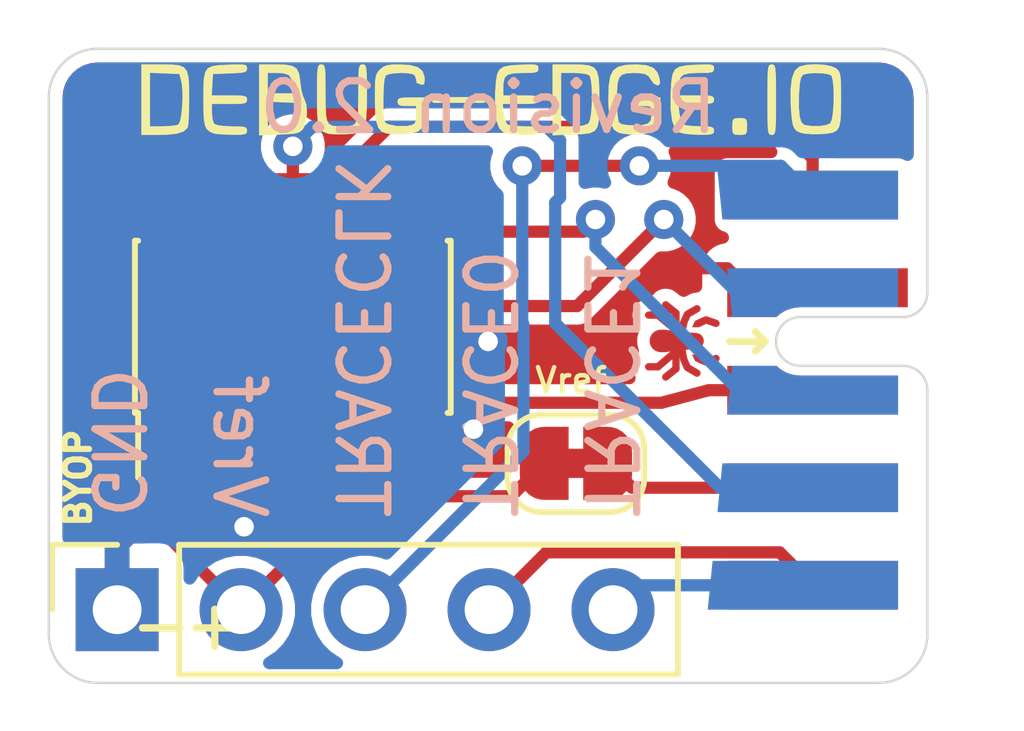
<source format=kicad_pcb>
(kicad_pcb (version 20171130) (host pcbnew 5.1.7)

  (general
    (thickness 1.6)
    (drawings 18)
    (tracks 73)
    (zones 0)
    (modules 5)
    (nets 13)
  )

  (page A4)
  (title_block
    (title "DebugEdge Adapter")
    (date 2020-08-27)
    (rev 1)
    (company debug-edge.io)
    (comment 1 "Brainchild of @tannewt, @_nitz, and @GregDavill")
  )

  (layers
    (0 F.Cu signal)
    (31 B.Cu signal)
    (32 B.Adhes user)
    (33 F.Adhes user)
    (34 B.Paste user)
    (35 F.Paste user)
    (36 B.SilkS user)
    (37 F.SilkS user)
    (38 B.Mask user)
    (39 F.Mask user)
    (40 Dwgs.User user)
    (41 Cmts.User user)
    (42 Eco1.User user)
    (43 Eco2.User user)
    (44 Edge.Cuts user)
    (45 Margin user)
    (46 B.CrtYd user)
    (47 F.CrtYd user)
    (48 B.Fab user)
    (49 F.Fab user hide)
  )

  (setup
    (last_trace_width 0.25)
    (trace_clearance 0.2)
    (zone_clearance 0.254)
    (zone_45_only no)
    (trace_min 0.2)
    (via_size 0.8)
    (via_drill 0.4)
    (via_min_size 0.4)
    (via_min_drill 0.3)
    (uvia_size 0.3)
    (uvia_drill 0.1)
    (uvias_allowed no)
    (uvia_min_size 0.2)
    (uvia_min_drill 0.1)
    (edge_width 0.05)
    (segment_width 0.2)
    (pcb_text_width 0.3)
    (pcb_text_size 1.5 1.5)
    (mod_edge_width 0.12)
    (mod_text_size 1 1)
    (mod_text_width 0.15)
    (pad_size 1.524 1.524)
    (pad_drill 0.762)
    (pad_to_mask_clearance 0.05)
    (aux_axis_origin 0 0)
    (visible_elements 7FFFFFFF)
    (pcbplotparams
      (layerselection 0x010fc_ffffffff)
      (usegerberextensions false)
      (usegerberattributes true)
      (usegerberadvancedattributes true)
      (creategerberjobfile true)
      (excludeedgelayer true)
      (linewidth 0.100000)
      (plotframeref false)
      (viasonmask false)
      (mode 1)
      (useauxorigin false)
      (hpglpennumber 1)
      (hpglpenspeed 20)
      (hpglpendiameter 15.000000)
      (psnegative false)
      (psa4output false)
      (plotreference true)
      (plotvalue true)
      (plotinvisibletext false)
      (padsonsilk false)
      (subtractmaskfromsilk false)
      (outputformat 1)
      (mirror false)
      (drillshape 1)
      (scaleselection 1)
      (outputdirectory ""))
  )

  (net 0 "")
  (net 1 /~RESET~)
  (net 2 GND)
  (net 3 /SWCLK)
  (net 4 /SWDIO)
  (net 5 VCC)
  (net 6 "Net-(J2-Pad5)")
  (net 7 /TRACE1)
  (net 8 /TRACE0)
  (net 9 /TRACE_CLK)
  (net 10 /TDI)
  (net 11 /SWO_TDO)
  (net 12 "Net-(J1-Pad7)")

  (net_class Default "This is the default net class."
    (clearance 0.2)
    (trace_width 0.25)
    (via_dia 0.8)
    (via_drill 0.4)
    (uvia_dia 0.3)
    (uvia_drill 0.1)
    (add_net /SWCLK)
    (add_net /SWDIO)
    (add_net /SWO_TDO)
    (add_net /TDI)
    (add_net /TRACE0)
    (add_net /TRACE1)
    (add_net /TRACE_CLK)
    (add_net /~RESET~)
    (add_net GND)
    (add_net "Net-(J1-Pad7)")
    (add_net "Net-(J2-Pad5)")
    (add_net VCC)
  )

  (module Connector_DebugEdge:DebugEdge_2x05_Host (layer F.Cu) (tedit 5F5EA31C) (tstamp 5F70300B)
    (at 170 95 270)
    (path /5F46B9DC)
    (attr virtual)
    (fp_text reference J2 (at 0.05 -3.2 180 unlocked) (layer F.Fab)
      (effects (font (size 0.5 0.5) (thickness 0.125)))
    )
    (fp_text value DebugEdge_02x05 (at -1.2 -2 90) (layer F.Fab)
      (effects (font (size 1 1) (thickness 0.15)))
    )
    (fp_line (start -1.01 5.51) (end -1.01 4.74) (layer F.Cu) (width 0.32))
    (fp_line (start -0.65 4.33) (end -0.58 4.53) (layer F.Cu) (width 0.15))
    (fp_line (start -0.58 4.54) (end -0.64 4.67) (layer F.Cu) (width 0.15))
    (fp_poly (pts (xy -0.67 4.56) (xy -0.73 4.68) (xy -0.73 4.82) (xy -0.6 4.76)
      (xy -0.53 4.61) (xy -0.62 4.64)) (layer F.Cu) (width 0.001))
    (fp_line (start -0.35 4.72) (end -0.46 4.91) (layer F.Cu) (width 0.15))
    (fp_line (start -0.63 4.99) (end -0.47 4.92) (layer F.Cu) (width 0.15))
    (fp_line (start -0.63 4.99) (end -0.89 5.04) (layer F.Cu) (width 0.15))
    (fp_line (start -0.27 5.36) (end -0.44 5.15) (layer F.Cu) (width 0.15))
    (fp_line (start -0.81 5.15) (end -0.44 5.15) (layer F.Cu) (width 0.15))
    (fp_line (start -0.48 5.71) (end -0.48 5.52) (layer F.Cu) (width 0.15))
    (fp_line (start -0.76 5.19) (end -0.48 5.52) (layer F.Cu) (width 0.15))
    (fp_line (start -0.93 5.4) (end -1 4.74) (layer F.Cu) (width 0.3))
    (fp_line (start -1 4.05) (end -1 3.323) (layer F.SilkS) (width 0.153))
    (fp_line (start -0.8 3.523) (end -1 3.323) (layer F.SilkS) (width 0.153))
    (fp_line (start -1 3.323) (end -1.2 3.523) (layer F.SilkS) (width 0.153))
    (fp_line (start -1.5 0.5) (end -1.5 2.6) (layer Edge.Cuts) (width 0.05))
    (fp_line (start -0.5 2.6) (end -0.5 0.5) (layer Edge.Cuts) (width 0.05))
    (fp_line (start -5 0) (end -2 0) (layer Edge.Cuts) (width 0.05))
    (fp_line (start 0 0) (end 5 0) (layer Edge.Cuts) (width 0.05))
    (fp_line (start -5 5) (end 5 5) (layer F.CrtYd) (width 0.05))
    (fp_line (start 5 5) (end 5 -0.5) (layer F.CrtYd) (width 0.05))
    (fp_line (start 5 -0.5) (end -5 -0.5) (layer F.CrtYd) (width 0.05))
    (fp_line (start -5 -0.5) (end -5 5) (layer F.CrtYd) (width 0.05))
    (fp_line (start 5 5) (end -5 5) (layer B.CrtYd) (width 0.05))
    (fp_line (start -5 5) (end -5 -0.5) (layer B.CrtYd) (width 0.05))
    (fp_line (start -5 -0.5) (end 5 -0.5) (layer B.CrtYd) (width 0.05))
    (fp_line (start 5 -0.5) (end 5 5) (layer B.CrtYd) (width 0.05))
    (fp_line (start -1.37 4.33) (end -1.44 4.53) (layer F.Cu) (width 0.15))
    (fp_line (start -1.44 4.54) (end -1.38 4.67) (layer F.Cu) (width 0.15))
    (fp_poly (pts (xy -1.35 4.56) (xy -1.29 4.68) (xy -1.29 4.82) (xy -1.42 4.76)
      (xy -1.49 4.61) (xy -1.4 4.64)) (layer F.Cu) (width 0.001))
    (fp_line (start -1.67 4.72) (end -1.56 4.91) (layer F.Cu) (width 0.15))
    (fp_line (start -1.39 4.99) (end -1.55 4.92) (layer F.Cu) (width 0.15))
    (fp_line (start -1.39 4.99) (end -1.13 5.04) (layer F.Cu) (width 0.15))
    (fp_line (start -1.75 5.36) (end -1.58 5.15) (layer F.Cu) (width 0.15))
    (fp_line (start -1.21 5.15) (end -1.58 5.15) (layer F.Cu) (width 0.15))
    (fp_line (start -1.54 5.71) (end -1.54 5.52) (layer F.Cu) (width 0.15))
    (fp_line (start -1.26 5.19) (end -1.54 5.52) (layer F.Cu) (width 0.15))
    (fp_line (start -1.09 5.4) (end -1.02 4.74) (layer F.Cu) (width 0.3))
    (fp_line (start -1.01 5.46) (end -1.01 5.39) (layer F.Cu) (width 0.46))
    (fp_line (start -0.35 4.72) (end -0.46 4.91) (layer F.Mask) (width 0.15))
    (fp_line (start -0.63 4.99) (end -0.47 4.92) (layer F.Mask) (width 0.15))
    (fp_line (start -0.63 4.99) (end -0.89 5.04) (layer F.Mask) (width 0.15))
    (fp_line (start -0.27 5.36) (end -0.44 5.15) (layer F.Mask) (width 0.15))
    (fp_line (start -0.81 5.15) (end -0.44 5.15) (layer F.Mask) (width 0.15))
    (fp_line (start -0.48 5.71) (end -0.48 5.52) (layer F.Mask) (width 0.15))
    (fp_line (start -0.76 5.19) (end -0.48 5.52) (layer F.Mask) (width 0.15))
    (fp_line (start -0.93 5.4) (end -1 4.74) (layer F.Mask) (width 0.3))
    (fp_line (start -1.37 4.33) (end -1.44 4.53) (layer F.Mask) (width 0.15))
    (fp_line (start -1.44 4.54) (end -1.38 4.67) (layer F.Mask) (width 0.15))
    (fp_poly (pts (xy -1.35 4.56) (xy -1.29 4.68) (xy -1.29 4.82) (xy -1.42 4.76)
      (xy -1.49 4.61) (xy -1.4 4.64)) (layer F.Mask) (width 0.001))
    (fp_line (start -1.67 4.72) (end -1.56 4.91) (layer F.Mask) (width 0.15))
    (fp_line (start -1.39 4.99) (end -1.55 4.92) (layer F.Mask) (width 0.15))
    (fp_line (start -1.39 4.99) (end -1.13 5.04) (layer F.Mask) (width 0.15))
    (fp_line (start -1.75 5.36) (end -1.58 5.15) (layer F.Mask) (width 0.15))
    (fp_line (start -1.21 5.15) (end -1.58 5.15) (layer F.Mask) (width 0.15))
    (fp_line (start -1.54 5.71) (end -1.54 5.52) (layer F.Mask) (width 0.15))
    (fp_line (start -1.26 5.19) (end -1.54 5.52) (layer F.Mask) (width 0.15))
    (fp_line (start -1.09 5.4) (end -1.02 4.74) (layer F.Mask) (width 0.3))
    (fp_line (start -1.01 5.51) (end -1.01 4.74) (layer F.Mask) (width 0.32))
    (fp_line (start -1.01 5.46) (end -1.01 5.39) (layer F.Mask) (width 0.46))
    (fp_line (start -0.65 4.33) (end -0.58 4.53) (layer F.Mask) (width 0.15))
    (fp_line (start -0.58 4.54) (end -0.64 4.67) (layer F.Mask) (width 0.15))
    (fp_poly (pts (xy -0.67 4.56) (xy -0.73 4.68) (xy -0.73 4.82) (xy -0.6 4.76)
      (xy -0.53 4.61) (xy -0.62 4.64)) (layer F.Mask) (width 0.001))
    (fp_arc (start 0 0.5) (end 0 0) (angle -90) (layer Edge.Cuts) (width 0.05))
    (fp_arc (start -2 0.5) (end -1.5 0.5) (angle -90) (layer Edge.Cuts) (width 0.05))
    (fp_arc (start -1 2.6) (end -1.5 2.6) (angle -180) (layer Edge.Cuts) (width 0.05))
    (pad 1 smd custom (at -2 3.6 270) (size 1 1) (layers F.Cu F.Mask)
      (net 2 GND) (zone_connect 0)
      (options (clearance outline) (anchor rect))
      (primitives
        (gr_poly (pts
           (xy 0.3 -0.99) (xy 0.31 -0.88) (xy 0.33 -0.8) (xy 0.35 -0.74) (xy 0.37 -0.69)
           (xy 0.4 -0.64) (xy 0.44 -0.58) (xy 0.48 -0.53) (xy 0.5 -0.51) (xy 0.5 0.5)
           (xy -0.5 0.5) (xy -0.5 -3.2) (xy 0.3 -3.2)) (width 0))
      ))
    (pad 2 smd custom (at 0 3.6 270) (size 1 1) (layers F.Cu F.Mask)
      (net 4 /SWDIO) (zone_connect 0)
      (options (clearance outline) (anchor rect))
      (primitives
        (gr_poly (pts
           (xy -0.3 -0.99) (xy -0.31 -0.88) (xy -0.33 -0.8) (xy -0.35 -0.74) (xy -0.37 -0.69)
           (xy -0.4 -0.64) (xy -0.44 -0.58) (xy -0.48 -0.53) (xy -0.5 -0.51) (xy -0.5 0.5)
           (xy 0.5 0.5) (xy 0.5 -3) (xy -0.3 -3)) (width 0))
      ))
    (pad 4 smd custom (at 0 2.1 90) (size 0.4 0.4) (layers B.Cu B.Mask)
      (net 1 /~RESET~) (zone_connect 0)
      (options (clearance outline) (anchor rect))
      (primitives
        (gr_poly (pts
           (xy 0.3 -0.51) (xy 0.31 -0.62) (xy 0.33 -0.7) (xy 0.35 -0.76) (xy 0.37 -0.81)
           (xy 0.4 -0.86) (xy 0.44 -0.92) (xy 0.48 -0.97) (xy 0.5 -0.99) (xy 0.5 -1.9)
           (xy -0.5 -2) (xy -0.5 1.5) (xy 0.3 1.5)) (width 0))
      ))
    (pad 3 smd custom (at -2 2.1 90) (size 0.4 0.4) (layers B.Cu B.Mask)
      (net 3 /SWCLK) (zone_connect 0)
      (options (clearance outline) (anchor rect))
      (primitives
        (gr_poly (pts
           (xy -0.3 -0.51) (xy -0.31 -0.62) (xy -0.33 -0.7) (xy -0.35 -0.76) (xy -0.37 -0.81)
           (xy -0.4 -0.86) (xy -0.44 -0.92) (xy -0.48 -0.97) (xy -0.5 -0.99) (xy -0.5 -1.9)
           (xy 0.5 -2) (xy 0.5 1.5) (xy -0.3 1.5)) (width 0))
      ))
    (pad 5 smd rect (at 2 2.35 270) (size 1 3.5) (layers F.Cu F.Mask)
      (net 6 "Net-(J2-Pad5)") (zone_connect 0))
    (pad 10 smd custom (at 4 2.5 90) (size 1 3.8) (layers B.Cu B.Mask)
      (net 7 /TRACE1) (zone_connect 0)
      (options (clearance outline) (anchor rect))
      (primitives
        (gr_poly (pts
           (xy 0.5 -1.9) (xy -0.5 -2) (xy -0.5 -1.9)) (width 0))
      ))
    (pad 6 smd custom (at 2 2.4 90) (size 1 3.6) (layers B.Cu B.Mask)
      (net 11 /SWO_TDO) (zone_connect 0)
      (options (clearance outline) (anchor rect))
      (primitives
        (gr_poly (pts
           (xy 0.5 -1.8) (xy -0.5 -1.9) (xy -0.5 -1.8)) (width 0))
      ))
    (pad 8 smd custom (at -4 2.4 90) (size 1 3.6) (layers B.Cu B.Mask)
      (net 9 /TRACE_CLK) (zone_connect 0)
      (options (clearance outline) (anchor rect))
      (primitives
        (gr_poly (pts
           (xy 0.5 -1.8) (xy 0.5 -1.9) (xy -0.5 -1.8)) (width 0))
      ))
    (pad 9 smd rect (at 4 2.35 270) (size 1 3.5) (layers F.Cu F.Mask)
      (net 8 /TRACE0) (zone_connect 0))
    (pad 7 smd rect (at -4 2.35 270) (size 1 3.5) (layers F.Cu F.Mask)
      (net 10 /TDI) (zone_connect 0))
  )

  (module Connector_PinSocket_2.54mm:PinSocket_1x05_P2.54mm_Vertical (layer F.Cu) (tedit 5A19A420) (tstamp 5FA431C4)
    (at 153.4 99.5 90)
    (descr "Through hole straight socket strip, 1x05, 2.54mm pitch, single row (from Kicad 4.0.7), script generated")
    (tags "Through hole socket strip THT 1x05 2.54mm single row")
    (path /5FA5524C)
    (fp_text reference J3 (at 0 -2.77 90) (layer F.SilkS) hide
      (effects (font (size 1 1) (thickness 0.15)))
    )
    (fp_text value Conn_01x05_Female (at 0 12.93 90) (layer F.Fab)
      (effects (font (size 1 1) (thickness 0.15)))
    )
    (fp_text user %R (at 0 5.08) (layer F.Fab)
      (effects (font (size 1 1) (thickness 0.15)))
    )
    (fp_line (start -1.27 -1.27) (end 0.635 -1.27) (layer F.Fab) (width 0.1))
    (fp_line (start 0.635 -1.27) (end 1.27 -0.635) (layer F.Fab) (width 0.1))
    (fp_line (start 1.27 -0.635) (end 1.27 11.43) (layer F.Fab) (width 0.1))
    (fp_line (start 1.27 11.43) (end -1.27 11.43) (layer F.Fab) (width 0.1))
    (fp_line (start -1.27 11.43) (end -1.27 -1.27) (layer F.Fab) (width 0.1))
    (fp_line (start -1.33 1.27) (end 1.33 1.27) (layer F.SilkS) (width 0.12))
    (fp_line (start -1.33 1.27) (end -1.33 11.49) (layer F.SilkS) (width 0.12))
    (fp_line (start -1.33 11.49) (end 1.33 11.49) (layer F.SilkS) (width 0.12))
    (fp_line (start 1.33 1.27) (end 1.33 11.49) (layer F.SilkS) (width 0.12))
    (fp_line (start 1.33 -1.33) (end 1.33 0) (layer F.SilkS) (width 0.12))
    (fp_line (start 0 -1.33) (end 1.33 -1.33) (layer F.SilkS) (width 0.12))
    (fp_line (start -1.8 -1.8) (end 1.75 -1.8) (layer F.CrtYd) (width 0.05))
    (fp_line (start 1.75 -1.8) (end 1.75 11.9) (layer F.CrtYd) (width 0.05))
    (fp_line (start 1.75 11.9) (end -1.8 11.9) (layer F.CrtYd) (width 0.05))
    (fp_line (start -1.8 11.9) (end -1.8 -1.8) (layer F.CrtYd) (width 0.05))
    (pad 5 thru_hole oval (at 0 10.16 90) (size 1.7 1.7) (drill 1) (layers *.Cu *.Mask)
      (net 7 /TRACE1))
    (pad 4 thru_hole oval (at 0 7.62 90) (size 1.7 1.7) (drill 1) (layers *.Cu *.Mask)
      (net 8 /TRACE0))
    (pad 3 thru_hole oval (at 0 5.08 90) (size 1.7 1.7) (drill 1) (layers *.Cu *.Mask)
      (net 9 /TRACE_CLK))
    (pad 2 thru_hole oval (at 0 2.54 90) (size 1.7 1.7) (drill 1) (layers *.Cu *.Mask)
      (net 5 VCC))
    (pad 1 thru_hole rect (at 0 0 90) (size 1.7 1.7) (drill 1) (layers *.Cu *.Mask)
      (net 2 GND))
    (model ${KISYS3DMOD}/Connector_PinSocket_2.54mm.3dshapes/PinSocket_1x05_P2.54mm_Vertical.wrl
      (at (xyz 0 0 0))
      (scale (xyz 1 1 1))
      (rotate (xyz 0 0 0))
    )
  )

  (module Connector_PinHeader_1.27mm:PinHeader_2x05_P1.27mm_Vertical_SMD (layer F.Cu) (tedit 59FED6E3) (tstamp 5FA4310D)
    (at 157 93.7 90)
    (descr "surface-mounted straight pin header, 2x05, 1.27mm pitch, double rows")
    (tags "Surface mounted pin header SMD 2x05 1.27mm double row")
    (path /5FA470BD)
    (attr smd)
    (fp_text reference J1 (at 0 -4.235 90) (layer F.SilkS) hide
      (effects (font (size 1 1) (thickness 0.15)))
    )
    (fp_text value Conn_02x05_Odd_Even (at 0 4.235 90) (layer F.Fab)
      (effects (font (size 1 1) (thickness 0.15)))
    )
    (fp_text user %R (at 0 0) (layer F.Fab)
      (effects (font (size 1 1) (thickness 0.15)))
    )
    (fp_line (start 1.705 3.175) (end -1.705 3.175) (layer F.Fab) (width 0.1))
    (fp_line (start -1.27 -3.175) (end 1.705 -3.175) (layer F.Fab) (width 0.1))
    (fp_line (start -1.705 3.175) (end -1.705 -2.74) (layer F.Fab) (width 0.1))
    (fp_line (start -1.705 -2.74) (end -1.27 -3.175) (layer F.Fab) (width 0.1))
    (fp_line (start 1.705 -3.175) (end 1.705 3.175) (layer F.Fab) (width 0.1))
    (fp_line (start -1.705 -2.74) (end -2.75 -2.74) (layer F.Fab) (width 0.1))
    (fp_line (start -2.75 -2.74) (end -2.75 -2.34) (layer F.Fab) (width 0.1))
    (fp_line (start -2.75 -2.34) (end -1.705 -2.34) (layer F.Fab) (width 0.1))
    (fp_line (start 1.705 -2.74) (end 2.75 -2.74) (layer F.Fab) (width 0.1))
    (fp_line (start 2.75 -2.74) (end 2.75 -2.34) (layer F.Fab) (width 0.1))
    (fp_line (start 2.75 -2.34) (end 1.705 -2.34) (layer F.Fab) (width 0.1))
    (fp_line (start -1.705 -1.47) (end -2.75 -1.47) (layer F.Fab) (width 0.1))
    (fp_line (start -2.75 -1.47) (end -2.75 -1.07) (layer F.Fab) (width 0.1))
    (fp_line (start -2.75 -1.07) (end -1.705 -1.07) (layer F.Fab) (width 0.1))
    (fp_line (start 1.705 -1.47) (end 2.75 -1.47) (layer F.Fab) (width 0.1))
    (fp_line (start 2.75 -1.47) (end 2.75 -1.07) (layer F.Fab) (width 0.1))
    (fp_line (start 2.75 -1.07) (end 1.705 -1.07) (layer F.Fab) (width 0.1))
    (fp_line (start -1.705 -0.2) (end -2.75 -0.2) (layer F.Fab) (width 0.1))
    (fp_line (start -2.75 -0.2) (end -2.75 0.2) (layer F.Fab) (width 0.1))
    (fp_line (start -2.75 0.2) (end -1.705 0.2) (layer F.Fab) (width 0.1))
    (fp_line (start 1.705 -0.2) (end 2.75 -0.2) (layer F.Fab) (width 0.1))
    (fp_line (start 2.75 -0.2) (end 2.75 0.2) (layer F.Fab) (width 0.1))
    (fp_line (start 2.75 0.2) (end 1.705 0.2) (layer F.Fab) (width 0.1))
    (fp_line (start -1.705 1.07) (end -2.75 1.07) (layer F.Fab) (width 0.1))
    (fp_line (start -2.75 1.07) (end -2.75 1.47) (layer F.Fab) (width 0.1))
    (fp_line (start -2.75 1.47) (end -1.705 1.47) (layer F.Fab) (width 0.1))
    (fp_line (start 1.705 1.07) (end 2.75 1.07) (layer F.Fab) (width 0.1))
    (fp_line (start 2.75 1.07) (end 2.75 1.47) (layer F.Fab) (width 0.1))
    (fp_line (start 2.75 1.47) (end 1.705 1.47) (layer F.Fab) (width 0.1))
    (fp_line (start -1.705 2.34) (end -2.75 2.34) (layer F.Fab) (width 0.1))
    (fp_line (start -2.75 2.34) (end -2.75 2.74) (layer F.Fab) (width 0.1))
    (fp_line (start -2.75 2.74) (end -1.705 2.74) (layer F.Fab) (width 0.1))
    (fp_line (start 1.705 2.34) (end 2.75 2.34) (layer F.Fab) (width 0.1))
    (fp_line (start 2.75 2.34) (end 2.75 2.74) (layer F.Fab) (width 0.1))
    (fp_line (start 2.75 2.74) (end 1.705 2.74) (layer F.Fab) (width 0.1))
    (fp_line (start -1.765 -3.235) (end 1.765 -3.235) (layer F.SilkS) (width 0.12))
    (fp_line (start -1.765 3.235) (end 1.765 3.235) (layer F.SilkS) (width 0.12))
    (fp_line (start -3.09 -3.17) (end -1.765 -3.17) (layer F.SilkS) (width 0.12))
    (fp_line (start -1.765 -3.235) (end -1.765 -3.17) (layer F.SilkS) (width 0.12))
    (fp_line (start 1.765 -3.235) (end 1.765 -3.17) (layer F.SilkS) (width 0.12))
    (fp_line (start -1.765 3.17) (end -1.765 3.235) (layer F.SilkS) (width 0.12))
    (fp_line (start 1.765 3.17) (end 1.765 3.235) (layer F.SilkS) (width 0.12))
    (fp_line (start -4.3 -3.7) (end -4.3 3.7) (layer F.CrtYd) (width 0.05))
    (fp_line (start -4.3 3.7) (end 4.3 3.7) (layer F.CrtYd) (width 0.05))
    (fp_line (start 4.3 3.7) (end 4.3 -3.7) (layer F.CrtYd) (width 0.05))
    (fp_line (start 4.3 -3.7) (end -4.3 -3.7) (layer F.CrtYd) (width 0.05))
    (pad 10 smd rect (at 1.95 2.54 90) (size 2.4 0.74) (layers F.Cu F.Paste F.Mask)
      (net 1 /~RESET~))
    (pad 9 smd rect (at -1.95 2.54 90) (size 2.4 0.74) (layers F.Cu F.Paste F.Mask)
      (net 2 GND))
    (pad 8 smd rect (at 1.95 1.27 90) (size 2.4 0.74) (layers F.Cu F.Paste F.Mask)
      (net 10 /TDI))
    (pad 7 smd rect (at -1.95 1.27 90) (size 2.4 0.74) (layers F.Cu F.Paste F.Mask)
      (net 12 "Net-(J1-Pad7)"))
    (pad 6 smd rect (at 1.95 0 90) (size 2.4 0.74) (layers F.Cu F.Paste F.Mask)
      (net 11 /SWO_TDO))
    (pad 5 smd rect (at -1.95 0 90) (size 2.4 0.74) (layers F.Cu F.Paste F.Mask)
      (net 2 GND))
    (pad 4 smd rect (at 1.95 -1.27 90) (size 2.4 0.74) (layers F.Cu F.Paste F.Mask)
      (net 3 /SWCLK))
    (pad 3 smd rect (at -1.95 -1.27 90) (size 2.4 0.74) (layers F.Cu F.Paste F.Mask)
      (net 2 GND))
    (pad 2 smd rect (at 1.95 -2.54 90) (size 2.4 0.74) (layers F.Cu F.Paste F.Mask)
      (net 4 /SWDIO))
    (pad 1 smd rect (at -1.95 -2.54 90) (size 2.4 0.74) (layers F.Cu F.Paste F.Mask)
      (net 5 VCC))
    (model ${KISYS3DMOD}/Connector_PinHeader_1.27mm.3dshapes/PinHeader_2x05_P1.27mm_Vertical_SMD.wrl
      (at (xyz 0 0 0))
      (scale (xyz 1 1 1))
      (rotate (xyz 0 0 0))
    )
  )

  (module Connector_DebugEdge:DebugEdge_URL_Silk (layer F.Cu) (tedit 5F4720B6) (tstamp 5F47903F)
    (at 160.3 89.2)
    (fp_text reference Ref** (at 0 0) (layer F.SilkS) hide
      (effects (font (size 1.27 1.27) (thickness 0.15)))
    )
    (fp_text value Val** (at 0 0) (layer F.SilkS) hide
      (effects (font (size 1.27 1.27) (thickness 0.15)))
    )
    (fp_poly (pts (xy -5.788741 -0.873953) (xy -5.637963 -0.858851) (xy -5.536218 -0.819084) (xy -5.473894 -0.742712)
      (xy -5.441377 -0.617793) (xy -5.429052 -0.432385) (xy -5.427307 -0.174547) (xy -5.427315 -0.16725)
      (xy -5.429891 0.040668) (xy -5.436456 0.219105) (xy -5.44605 0.350312) (xy -5.457711 0.416542)
      (xy -5.459065 0.419079) (xy -5.539657 0.490602) (xy -5.67472 0.536438) (xy -5.874965 0.55925)
      (xy -6.037717 0.563) (xy -6.400334 0.563) (xy -6.400334 0.393666) (xy -6.231 0.393666)
      (xy -5.966417 0.393018) (xy -5.816959 0.386832) (xy -5.697062 0.371427) (xy -5.641512 0.354193)
      (xy -5.609363 0.293609) (xy -5.583619 0.170962) (xy -5.565738 0.008708) (xy -5.557178 -0.170693)
      (xy -5.559397 -0.344783) (xy -5.573853 -0.491104) (xy -5.583607 -0.537667) (xy -5.622278 -0.685834)
      (xy -6.231 -0.71071) (xy -6.231 0.393666) (xy -6.400334 0.393666) (xy -6.400334 -0.876334)
      (xy -5.998167 -0.876334) (xy -5.788741 -0.873953)) (layer F.SilkS) (width 0.01))
    (fp_poly (pts (xy -4.33112 -0.874235) (xy -4.270346 -0.86226) (xy -4.24579 -0.836834) (xy -4.241334 -0.797591)
      (xy -4.248322 -0.754436) (xy -4.280475 -0.727336) (xy -4.354574 -0.711512) (xy -4.487401 -0.702186)
      (xy -4.590584 -0.698129) (xy -4.939834 -0.685834) (xy -4.952629 -0.463584) (xy -4.965425 -0.241334)
      (xy -4.603379 -0.241334) (xy -4.427777 -0.239776) (xy -4.320315 -0.23253) (xy -4.264484 -0.215736)
      (xy -4.243777 -0.185532) (xy -4.241334 -0.156667) (xy -4.24803 -0.1155) (xy -4.279156 -0.090354)
      (xy -4.351265 -0.077334) (xy -4.480915 -0.072545) (xy -4.601167 -0.072) (xy -4.961 -0.072)
      (xy -4.961 0.110033) (xy -4.949828 0.234777) (xy -4.921889 0.326284) (xy -4.9102 0.342866)
      (xy -4.839644 0.370524) (xy -4.704412 0.388339) (xy -4.550367 0.393666) (xy -4.390649 0.395773)
      (xy -4.297795 0.405336) (xy -4.254042 0.427224) (xy -4.241625 0.466302) (xy -4.241334 0.478333)
      (xy -4.248845 0.522101) (xy -4.28327 0.54716) (xy -4.362448 0.558237) (xy -4.504219 0.560058)
      (xy -4.54825 0.559657) (xy -4.708751 0.554912) (xy -4.840629 0.545594) (xy -4.916624 0.533669)
      (xy -4.918667 0.532967) (xy -5.002131 0.49574) (xy -5.060343 0.446107) (xy -5.097787 0.369494)
      (xy -5.118944 0.251329) (xy -5.128298 0.077039) (xy -5.130334 -0.155137) (xy -5.128967 -0.41204)
      (xy -5.119035 -0.596672) (xy -5.091787 -0.721428) (xy -5.038474 -0.798706) (xy -4.950346 -0.8409)
      (xy -4.818653 -0.860407) (xy -4.634647 -0.869621) (xy -4.625772 -0.869963) (xy -4.444225 -0.875792)
      (xy -4.33112 -0.874235)) (layer F.SilkS) (width 0.01))
    (fp_poly (pts (xy -3.447924 -0.870165) (xy -3.308172 -0.844415) (xy -3.222369 -0.788221) (xy -3.175379 -0.690718)
      (xy -3.15207 -0.541043) (xy -3.149586 -0.512261) (xy -3.12888 -0.361228) (xy -3.096843 -0.234877)
      (xy -3.071494 -0.178998) (xy -3.026649 -0.058173) (xy -3.012834 0.104353) (xy -3.028692 0.272091)
      (xy -3.07287 0.408552) (xy -3.094546 0.441893) (xy -3.140438 0.489079) (xy -3.198808 0.519814)
      (xy -3.288889 0.538626) (xy -3.429917 0.550043) (xy -3.58138 0.556503) (xy -3.987334 0.571172)
      (xy -3.987334 0.393666) (xy -3.818 0.393666) (xy -3.572092 0.393666) (xy -3.424171 0.384591)
      (xy -3.302884 0.361213) (xy -3.251715 0.339214) (xy -3.202698 0.27576) (xy -3.187769 0.168304)
      (xy -3.190708 0.095798) (xy -3.204167 -0.093167) (xy -3.511084 -0.105605) (xy -3.818 -0.118043)
      (xy -3.818 0.393666) (xy -3.987334 0.393666) (xy -3.987334 -0.707) (xy -3.818 -0.707)
      (xy -3.818 -0.283667) (xy -3.31 -0.283667) (xy -3.31 -0.444534) (xy -3.325579 -0.583015)
      (xy -3.38232 -0.66414) (xy -3.495232 -0.700832) (xy -3.6148 -0.707) (xy -3.818 -0.707)
      (xy -3.987334 -0.707) (xy -3.987334 -0.876334) (xy -3.656758 -0.876334) (xy -3.447924 -0.870165)) (layer F.SilkS) (width 0.01))
    (fp_poly (pts (xy -1.837549 -0.872033) (xy -1.814415 -0.850571) (xy -1.799479 -0.799112) (xy -1.790959 -0.704818)
      (xy -1.787069 -0.554853) (xy -1.786026 -0.336378) (xy -1.786 -0.26719) (xy -1.788063 0.011432)
      (xy -1.798463 0.216881) (xy -1.82352 0.360627) (xy -1.869553 0.454141) (xy -1.94288 0.508891)
      (xy -2.049821 0.536347) (xy -2.196696 0.54798) (xy -2.23599 0.549593) (xy -2.392494 0.55167)
      (xy -2.520347 0.546348) (xy -2.590334 0.535157) (xy -2.668797 0.498925) (xy -2.725061 0.454198)
      (xy -2.762799 0.387394) (xy -2.785681 0.28493) (xy -2.79738 0.133224) (xy -2.801567 -0.081308)
      (xy -2.802 -0.247895) (xy -2.801435 -0.490489) (xy -2.798604 -0.66106) (xy -2.791804 -0.77225)
      (xy -2.779331 -0.8367) (xy -2.759483 -0.867052) (xy -2.730556 -0.875949) (xy -2.717334 -0.876334)
      (xy -2.683794 -0.871928) (xy -2.660514 -0.850027) (xy -2.645628 -0.797603) (xy -2.637271 -0.701628)
      (xy -2.633575 -0.549074) (xy -2.632676 -0.326916) (xy -2.632667 -0.285157) (xy -2.631329 -0.03181)
      (xy -2.623254 0.149076) (xy -2.602357 0.269702) (xy -2.562548 0.34227) (xy -2.49774 0.378984)
      (xy -2.401845 0.392046) (xy -2.294 0.393666) (xy -2.167605 0.390983) (xy -2.077361 0.374799)
      (xy -2.01718 0.332912) (xy -1.980975 0.253119) (xy -1.962659 0.123218) (xy -1.956142 -0.068993)
      (xy -1.955334 -0.285157) (xy -1.954703 -0.519343) (xy -1.951566 -0.681893) (xy -1.944058 -0.785833)
      (xy -1.930313 -0.844191) (xy -1.908465 -0.869995) (xy -1.876648 -0.876271) (xy -1.870667 -0.876334)
      (xy -1.837549 -0.872033)) (layer F.SilkS) (width 0.01))
    (fp_poly (pts (xy -0.899058 -0.863143) (xy -0.741092 -0.820003) (xy -0.646015 -0.741565) (xy -0.604765 -0.622481)
      (xy -0.601315 -0.564888) (xy -0.611592 -0.480821) (xy -0.650703 -0.464396) (xy -0.66763 -0.469638)
      (xy -0.735113 -0.492052) (xy -0.752296 -0.495334) (xy -0.766969 -0.530763) (xy -0.77 -0.575471)
      (xy -0.801125 -0.655025) (xy -0.836963 -0.681305) (xy -0.937705 -0.701314) (xy -1.075393 -0.707082)
      (xy -1.21895 -0.700003) (xy -1.337301 -0.681472) (xy -1.396534 -0.6562) (xy -1.423132 -0.583399)
      (xy -1.440118 -0.429851) (xy -1.447151 -0.198968) (xy -1.447334 -0.147153) (xy -1.446627 0.054604)
      (xy -1.442157 0.187912) (xy -1.430398 0.268991) (xy -1.407825 0.314059) (xy -1.370911 0.339334)
      (xy -1.338745 0.352381) (xy -1.167988 0.387951) (xy -0.972477 0.386362) (xy -0.86525 0.366984)
      (xy -0.804422 0.337099) (xy -0.776538 0.273817) (xy -0.77 0.155895) (xy -0.77 -0.029667)
      (xy -0.9605 -0.029667) (xy -1.079548 -0.035207) (xy -1.135842 -0.05821) (xy -1.150928 -0.108252)
      (xy -1.151 -0.114334) (xy -1.142424 -0.160154) (xy -1.104224 -0.1857) (xy -1.01769 -0.196728)
      (xy -0.875834 -0.199) (xy -0.600667 -0.199) (xy -0.600667 0.090772) (xy -0.610934 0.28715)
      (xy -0.651332 0.415919) (xy -0.736257 0.492215) (xy -0.880104 0.531174) (xy -1.032539 0.544842)
      (xy -1.192223 0.547747) (xy -1.331976 0.540116) (xy -1.404662 0.527719) (xy -1.488329 0.486208)
      (xy -1.547664 0.412147) (xy -1.586274 0.293285) (xy -1.607766 0.117371) (xy -1.615745 -0.127849)
      (xy -1.616043 -0.190341) (xy -1.615199 -0.39954) (xy -1.609891 -0.542048) (xy -1.596932 -0.635833)
      (xy -1.573134 -0.698861) (xy -1.535308 -0.7491) (xy -1.512758 -0.772425) (xy -1.442674 -0.830318)
      (xy -1.361117 -0.861898) (xy -1.240519 -0.87463) (xy -1.128975 -0.876334) (xy -0.899058 -0.863143)) (layer F.SilkS) (width 0.01))
    (fp_poly (pts (xy 1.649412 -0.873938) (xy 1.704374 -0.860229) (xy 1.724869 -0.831498) (xy 1.727666 -0.796011)
      (xy 1.721097 -0.750505) (xy 1.68959 -0.723856) (xy 1.615448 -0.711078) (xy 1.480974 -0.707186)
      (xy 1.411656 -0.707) (xy 1.2235 -0.699947) (xy 1.104254 -0.670917) (xy 1.038777 -0.608102)
      (xy 1.011924 -0.499698) (xy 1.008 -0.392284) (xy 1.008 -0.241334) (xy 1.367833 -0.241334)
      (xy 1.542794 -0.239758) (xy 1.649665 -0.232435) (xy 1.704999 -0.215468) (xy 1.725352 -0.184962)
      (xy 1.727666 -0.156667) (xy 1.72106 -0.115751) (xy 1.690282 -0.090643) (xy 1.618896 -0.077534)
      (xy 1.490464 -0.072613) (xy 1.362327 -0.072) (xy 0.996988 -0.072) (xy 1.019051 0.123735)
      (xy 1.043882 0.248554) (xy 1.081031 0.336946) (xy 1.09864 0.35592) (xy 1.168447 0.37464)
      (xy 1.294837 0.388018) (xy 1.441916 0.393018) (xy 1.594291 0.39583) (xy 1.680444 0.407056)
      (xy 1.718769 0.43219) (xy 1.727662 0.476723) (xy 1.727666 0.478333) (xy 1.720123 0.522116)
      (xy 1.685603 0.54723) (xy 1.60627 0.558428) (xy 1.464287 0.560464) (xy 1.42075 0.560134)
      (xy 1.254103 0.552472) (xy 1.110108 0.535102) (xy 1.019466 0.511754) (xy 1.018458 0.511276)
      (xy 0.932586 0.429235) (xy 0.875802 0.277865) (xy 0.847372 0.053672) (xy 0.846563 -0.246839)
      (xy 0.848697 -0.297013) (xy 0.862748 -0.522236) (xy 0.888271 -0.676836) (xy 0.938016 -0.774848)
      (xy 1.024733 -0.830308) (xy 1.161173 -0.857249) (xy 1.360086 -0.869707) (xy 1.369327 -0.870095)
      (xy 1.543293 -0.876077) (xy 1.649412 -0.873938)) (layer F.SilkS) (width 0.01))
    (fp_poly (pts (xy 2.610737 -0.873503) (xy 2.762477 -0.857085) (xy 2.86512 -0.815189) (xy 2.928254 -0.735927)
      (xy 2.961469 -0.607407) (xy 2.974354 -0.41774) (xy 2.9765 -0.161919) (xy 2.975123 0.095571)
      (xy 2.964653 0.280775) (xy 2.935581 0.406075) (xy 2.8784 0.48385) (xy 2.7836 0.526481)
      (xy 2.641673 0.546347) (xy 2.443109 0.55583) (xy 2.424723 0.556503) (xy 2.024 0.571172)
      (xy 2.024 -0.707) (xy 2.193333 -0.707) (xy 2.193333 0.393666) (xy 2.444309 0.393666)
      (xy 2.629314 0.381435) (xy 2.741353 0.343588) (xy 2.761809 0.327142) (xy 2.79249 0.254364)
      (xy 2.814698 0.121025) (xy 2.828064 -0.049759) (xy 2.832218 -0.234874) (xy 2.826791 -0.411204)
      (xy 2.811413 -0.555634) (xy 2.785714 -0.64505) (xy 2.777533 -0.6562) (xy 2.708712 -0.683899)
      (xy 2.582074 -0.702118) (xy 2.460033 -0.707001) (xy 2.193333 -0.707) (xy 2.024 -0.707)
      (xy 2.024 -0.876334) (xy 2.40031 -0.876334) (xy 2.610737 -0.873503)) (layer F.SilkS) (width 0.01))
    (fp_poly (pts (xy 3.944361 -0.860097) (xy 4.085208 -0.806462) (xy 4.171329 -0.708042) (xy 4.20933 -0.590584)
      (xy 4.219265 -0.494058) (xy 4.193683 -0.456307) (xy 4.168614 -0.453) (xy 4.099283 -0.486988)
      (xy 4.051151 -0.54825) (xy 3.994897 -0.634781) (xy 3.92462 -0.682577) (xy 3.814907 -0.702718)
      (xy 3.688607 -0.706352) (xy 3.543563 -0.700058) (xy 3.444672 -0.671266) (xy 3.383273 -0.606624)
      (xy 3.350709 -0.492784) (xy 3.33832 -0.316397) (xy 3.336981 -0.164227) (xy 3.341243 0.019444)
      (xy 3.352151 0.17505) (xy 3.367796 0.280422) (xy 3.37777 0.309) (xy 3.432508 0.347349)
      (xy 3.544939 0.367533) (xy 3.696166 0.3725) (xy 3.871761 0.364874) (xy 3.979361 0.334184)
      (xy 4.034872 0.268714) (xy 4.054202 0.156745) (xy 4.055351 0.107916) (xy 4.051065 0.023365)
      (xy 4.021851 -0.016676) (xy 3.944764 -0.028837) (xy 3.8655 -0.029667) (xy 3.746452 -0.035207)
      (xy 3.690158 -0.05821) (xy 3.675072 -0.108252) (xy 3.675 -0.114334) (xy 3.683576 -0.160154)
      (xy 3.721776 -0.1857) (xy 3.80831 -0.196728) (xy 3.950166 -0.199) (xy 4.225333 -0.199)
      (xy 4.225333 0.006349) (xy 4.207238 0.236992) (xy 4.150928 0.397645) (xy 4.053368 0.495327)
      (xy 4.004278 0.517595) (xy 3.836138 0.551144) (xy 3.634589 0.556937) (xy 3.445093 0.53522)
      (xy 3.369202 0.514169) (xy 3.282892 0.4557) (xy 3.22259 0.347156) (xy 3.185499 0.178898)
      (xy 3.168824 -0.058711) (xy 3.167236 -0.1821) (xy 3.174951 -0.441025) (xy 3.204698 -0.627568)
      (xy 3.26576 -0.75305) (xy 3.367421 -0.82879) (xy 3.518963 -0.86611) (xy 3.729671 -0.876328)
      (xy 3.736566 -0.876334) (xy 3.944361 -0.860097)) (layer F.SilkS) (width 0.01))
    (fp_poly (pts (xy 5.247745 -0.873938) (xy 5.302707 -0.860229) (xy 5.323202 -0.831498) (xy 5.326 -0.796011)
      (xy 5.31943 -0.750505) (xy 5.287923 -0.723856) (xy 5.213781 -0.711078) (xy 5.079308 -0.707186)
      (xy 5.009989 -0.707) (xy 4.821833 -0.699947) (xy 4.702588 -0.670917) (xy 4.63711 -0.608102)
      (xy 4.610258 -0.499698) (xy 4.606333 -0.392284) (xy 4.606333 -0.241334) (xy 4.966166 -0.241334)
      (xy 5.141128 -0.239758) (xy 5.247998 -0.232435) (xy 5.303332 -0.215468) (xy 5.323686 -0.184962)
      (xy 5.326 -0.156667) (xy 5.319393 -0.115751) (xy 5.288615 -0.090643) (xy 5.217229 -0.077534)
      (xy 5.088797 -0.072613) (xy 4.960661 -0.072) (xy 4.595322 -0.072) (xy 4.617384 0.123735)
      (xy 4.642215 0.248554) (xy 4.679365 0.336946) (xy 4.696973 0.35592) (xy 4.766781 0.37464)
      (xy 4.89317 0.388018) (xy 5.04025 0.393018) (xy 5.192624 0.39583) (xy 5.278777 0.407056)
      (xy 5.317103 0.43219) (xy 5.325995 0.476723) (xy 5.326 0.478333) (xy 5.318457 0.522116)
      (xy 5.283937 0.54723) (xy 5.204604 0.558428) (xy 5.06262 0.560464) (xy 5.019083 0.560134)
      (xy 4.852436 0.552472) (xy 4.708441 0.535102) (xy 4.617799 0.511754) (xy 4.616791 0.511276)
      (xy 4.531417 0.428807) (xy 4.474468 0.275583) (xy 4.445279 0.048484) (xy 4.44318 -0.255611)
      (xy 4.444588 -0.294234) (xy 4.45727 -0.520144) (xy 4.482447 -0.675392) (xy 4.532839 -0.773984)
      (xy 4.62117 -0.829926) (xy 4.76016 -0.857223) (xy 4.96253 -0.86988) (xy 4.967661 -0.870095)
      (xy 5.141627 -0.876077) (xy 5.247745 -0.873938)) (layer F.SilkS) (width 0.01))
    (fp_poly (pts (xy 5.950032 0.229459) (xy 5.992191 0.261112) (xy 6.003002 0.3437) (xy 6.003333 0.393666)
      (xy 5.998847 0.502084) (xy 5.971151 0.550266) (xy 5.898887 0.562621) (xy 5.855166 0.563)
      (xy 5.7603 0.557873) (xy 5.718141 0.526221) (xy 5.707331 0.443632) (xy 5.707 0.393666)
      (xy 5.711485 0.285248) (xy 5.739181 0.237066) (xy 5.811446 0.224711) (xy 5.855166 0.224333)
      (xy 5.950032 0.229459)) (layer F.SilkS) (width 0.01))
    (fp_poly (pts (xy 6.542181 -0.872562) (xy 6.564459 -0.853363) (xy 6.579559 -0.806913) (xy 6.588872 -0.721387)
      (xy 6.593788 -0.584962) (xy 6.595699 -0.385814) (xy 6.596 -0.156667) (xy 6.595556 0.105541)
      (xy 6.593297 0.294909) (xy 6.587832 0.423258) (xy 6.57777 0.502415) (xy 6.561721 0.544203)
      (xy 6.538291 0.560446) (xy 6.511333 0.563) (xy 6.480485 0.559227) (xy 6.458206 0.540028)
      (xy 6.443106 0.493578) (xy 6.433794 0.408053) (xy 6.428878 0.271628) (xy 6.426967 0.07248)
      (xy 6.426666 -0.156667) (xy 6.42711 -0.418876) (xy 6.429369 -0.608243) (xy 6.434833 -0.736593)
      (xy 6.444895 -0.815749) (xy 6.460945 -0.857537) (xy 6.484374 -0.87378) (xy 6.511333 -0.876334)
      (xy 6.542181 -0.872562)) (layer F.SilkS) (width 0.01))
    (fp_poly (pts (xy 7.591141 -0.867949) (xy 7.743646 -0.836661) (xy 7.82956 -0.795407) (xy 7.870379 -0.758155)
      (xy 7.898248 -0.713908) (xy 7.91563 -0.647049) (xy 7.92499 -0.541956) (xy 7.928792 -0.38301)
      (xy 7.9295 -0.161919) (xy 7.927664 0.093172) (xy 7.917079 0.276144) (xy 7.890129 0.399539)
      (xy 7.839198 0.475896) (xy 7.756667 0.517757) (xy 7.634922 0.537662) (xy 7.499265 0.54646)
      (xy 7.333137 0.547855) (xy 7.185837 0.536654) (xy 7.097057 0.51759) (xy 7.025908 0.482153)
      (xy 6.976859 0.430568) (xy 6.944478 0.346846) (xy 6.923333 0.215001) (xy 6.907992 0.019045)
      (xy 6.906337 -0.009376) (xy 7.06388 -0.009376) (xy 7.080307 0.187653) (xy 7.118123 0.310828)
      (xy 7.178051 0.364365) (xy 7.179469 0.364752) (xy 7.326723 0.387426) (xy 7.484946 0.387797)
      (xy 7.623432 0.368021) (xy 7.711477 0.330255) (xy 7.714809 0.327142) (xy 7.74549 0.254364)
      (xy 7.767698 0.121025) (xy 7.781064 -0.049759) (xy 7.785218 -0.234874) (xy 7.779791 -0.411204)
      (xy 7.764413 -0.555634) (xy 7.738714 -0.64505) (xy 7.730533 -0.6562) (xy 7.658971 -0.685006)
      (xy 7.534685 -0.701416) (xy 7.388782 -0.704919) (xy 7.252366 -0.695003) (xy 7.156543 -0.671156)
      (xy 7.146728 -0.665807) (xy 7.109699 -0.610889) (xy 7.084563 -0.494203) (xy 7.069089 -0.304929)
      (xy 7.068118 -0.284473) (xy 7.06388 -0.009376) (xy 6.906337 -0.009376) (xy 6.903921 -0.050834)
      (xy 6.899984 -0.359281) (xy 6.927364 -0.590909) (xy 6.986538 -0.747747) (xy 7.077979 -0.831824)
      (xy 7.087721 -0.835859) (xy 7.233299 -0.869177) (xy 7.411065 -0.87933) (xy 7.591141 -0.867949)) (layer F.SilkS) (width 0.01))
    (fp_line (start -0.4 -0.15) (end 0.6 -0.15) (layer F.SilkS) (width 0.12))
  )

  (module Jumper:SolderJumper-2_P1.3mm_Bridged_RoundedPad1.0x1.5mm (layer F.Cu) (tedit 5C745284) (tstamp 5F478997)
    (at 162.8 96.5)
    (descr "SMD Solder Jumper, 1x1.5mm, rounded Pads, 0.3mm gap, bridged with 1 copper strip")
    (tags "solder jumper open")
    (path /5F47209A)
    (attr virtual)
    (fp_text reference JP1 (at 0 -1.8) (layer F.SilkS) hide
      (effects (font (size 1 1) (thickness 0.15)))
    )
    (fp_text value SolderJumper_2_Bridged (at 0.6 2.4) (layer F.Fab)
      (effects (font (size 0.3 0.3) (thickness 0.075)))
    )
    (fp_line (start -1.4 0.3) (end -1.4 -0.3) (layer F.SilkS) (width 0.12))
    (fp_line (start 0.7 1) (end -0.7 1) (layer F.SilkS) (width 0.12))
    (fp_line (start 1.4 -0.3) (end 1.4 0.3) (layer F.SilkS) (width 0.12))
    (fp_line (start -0.7 -1) (end 0.7 -1) (layer F.SilkS) (width 0.12))
    (fp_line (start -1.65 -1.25) (end 1.65 -1.25) (layer F.CrtYd) (width 0.05))
    (fp_line (start -1.65 -1.25) (end -1.65 1.25) (layer F.CrtYd) (width 0.05))
    (fp_line (start 1.65 1.25) (end 1.65 -1.25) (layer F.CrtYd) (width 0.05))
    (fp_line (start 1.65 1.25) (end -1.65 1.25) (layer F.CrtYd) (width 0.05))
    (fp_poly (pts (xy 0.25 -0.3) (xy -0.25 -0.3) (xy -0.25 0.3) (xy 0.25 0.3)) (layer F.Cu) (width 0))
    (fp_arc (start -0.7 -0.3) (end -0.7 -1) (angle -90) (layer F.SilkS) (width 0.12))
    (fp_arc (start -0.7 0.3) (end -1.4 0.3) (angle -90) (layer F.SilkS) (width 0.12))
    (fp_arc (start 0.7 0.3) (end 0.7 1) (angle -90) (layer F.SilkS) (width 0.12))
    (fp_arc (start 0.7 -0.3) (end 1.4 -0.3) (angle -90) (layer F.SilkS) (width 0.12))
    (pad 1 smd custom (at -0.65 0) (size 1 0.5) (layers F.Cu F.Mask)
      (net 5 VCC) (zone_connect 2)
      (options (clearance outline) (anchor rect))
      (primitives
        (gr_circle (center 0 0.25) (end 0.5 0.25) (width 0))
        (gr_circle (center 0 -0.25) (end 0.5 -0.25) (width 0))
        (gr_poly (pts
           (xy 0 -0.75) (xy 0.5 -0.75) (xy 0.5 0.75) (xy 0 0.75)) (width 0))
      ))
    (pad 2 smd custom (at 0.65 0) (size 1 0.5) (layers F.Cu F.Mask)
      (net 6 "Net-(J2-Pad5)") (zone_connect 2)
      (options (clearance outline) (anchor rect))
      (primitives
        (gr_circle (center 0 0.25) (end 0.5 0.25) (width 0))
        (gr_circle (center 0 -0.25) (end 0.5 -0.25) (width 0))
        (gr_poly (pts
           (xy 0 -0.75) (xy -0.5 -0.75) (xy -0.5 0.75) (xy 0 0.75)) (width 0))
      ))
  )

  (gr_text TRACE1 (at 163.5 97.7 270) (layer B.SilkS)
    (effects (font (size 1 1) (thickness 0.15)) (justify left mirror))
  )
  (gr_text TRACE0 (at 161 97.7 270) (layer B.SilkS)
    (effects (font (size 1 1) (thickness 0.15)) (justify left mirror))
  )
  (gr_text TRACECLK (at 158.4 97.7 270) (layer B.SilkS)
    (effects (font (size 1 1) (thickness 0.15)) (justify left mirror))
  )
  (gr_text Vref (at 155.9 97.7 270) (layer B.SilkS)
    (effects (font (size 1 1) (thickness 0.15)) (justify left mirror))
  )
  (gr_text GND (at 153.4 97.7 270) (layer B.SilkS)
    (effects (font (size 1 1) (thickness 0.15)) (justify left mirror))
  )
  (gr_text + (at 155.4 99.8) (layer F.SilkS)
    (effects (font (size 1 1) (thickness 0.15)))
  )
  (gr_text - (at 154.3 99.8) (layer F.SilkS)
    (effects (font (size 1 1) (thickness 0.15)))
  )
  (gr_arc (start 153 100) (end 152 100) (angle -90) (layer Edge.Cuts) (width 0.05))
  (gr_arc (start 169.0022 100) (end 169.0022 101) (angle -90) (layer Edge.Cuts) (width 0.05))
  (gr_arc (start 169 89) (end 170 89) (angle -90) (layer Edge.Cuts) (width 0.05))
  (gr_arc (start 153 89) (end 153 88) (angle -90) (layer Edge.Cuts) (width 0.05))
  (gr_text "Revision 2.0" (at 161 89.2) (layer B.SilkS)
    (effects (font (size 1 1) (thickness 0.15)) (justify mirror))
  )
  (gr_text Vref (at 162.7 94.8) (layer F.SilkS) (tstamp 5F478BF1)
    (effects (font (size 0.5 0.5) (thickness 0.09)))
  )
  (gr_text BYOP (at 152.6 96.8 90) (layer F.SilkS)
    (effects (font (size 0.5 0.5) (thickness 0.125)))
  )
  (gr_line (start 153 101) (end 169 101) (layer Edge.Cuts) (width 0.05) (tstamp 5F4644F1))
  (gr_line (start 152 89) (end 152 100) (layer Edge.Cuts) (width 0.05))
  (gr_line (start 169 88) (end 153 88) (layer Edge.Cuts) (width 0.05))
  (gr_line (start 170 90) (end 170 89) (layer Edge.Cuts) (width 0.05))

  (segment (start 162.950002 91.75) (end 163.200002 91.5) (width 0.25) (layer F.Cu) (net 1))
  (segment (start 159.54 91.75) (end 162.950002 91.75) (width 0.25) (layer F.Cu) (net 1))
  (segment (start 163.200002 92.065685) (end 163.200002 91.5) (width 0.25) (layer B.Cu) (net 1))
  (segment (start 167.9 95) (end 166.134317 95) (width 0.25) (layer B.Cu) (net 1))
  (via (at 163.200002 91.5) (size 0.8) (drill 0.4) (layers F.Cu B.Cu) (net 1))
  (segment (start 166.134317 95) (end 163.200002 92.065685) (width 0.25) (layer B.Cu) (net 1))
  (via (at 156 97.8) (size 0.8) (drill 0.4) (layers F.Cu B.Cu) (net 2))
  (segment (start 157 96.8) (end 156 97.8) (width 0.25) (layer F.Cu) (net 2))
  (segment (start 157 95.65) (end 157 96.8) (width 0.25) (layer F.Cu) (net 2))
  (segment (start 155.73 97.53) (end 156 97.8) (width 0.25) (layer F.Cu) (net 2))
  (segment (start 155.73 95.65) (end 155.73 97.53) (width 0.25) (layer F.Cu) (net 2))
  (segment (start 165.9 92.5) (end 164.5 92.5) (width 0.25) (layer F.Cu) (net 2))
  (segment (start 166.4 93) (end 165.9 92.5) (width 0.25) (layer F.Cu) (net 2))
  (segment (start 163 94) (end 161 94) (width 0.25) (layer F.Cu) (net 2))
  (segment (start 164.5 92.5) (end 163 94) (width 0.25) (layer F.Cu) (net 2))
  (via (at 161 94) (size 0.8) (drill 0.4) (layers F.Cu B.Cu) (net 2))
  (segment (start 161 94) (end 159.5 94) (width 0.25) (layer B.Cu) (net 2))
  (via (at 160.7 95.8) (size 0.8) (drill 0.4) (layers F.Cu B.Cu) (net 2))
  (segment (start 160.55 95.65) (end 160.7 95.8) (width 0.25) (layer F.Cu) (net 2))
  (segment (start 159.54 95.65) (end 160.55 95.65) (width 0.25) (layer F.Cu) (net 2))
  (via (at 164.599999 91.5) (size 0.8) (drill 0.4) (layers F.Cu B.Cu) (net 3))
  (segment (start 167.9 93) (end 166.099999 93) (width 0.25) (layer B.Cu) (net 3))
  (segment (start 166.099999 93) (end 164.599999 91.5) (width 0.25) (layer B.Cu) (net 3))
  (segment (start 155.805001 93.275001) (end 160.651995 93.275001) (width 0.25) (layer F.Cu) (net 3))
  (segment (start 162.825001 93.274998) (end 164.599999 91.5) (width 0.25) (layer F.Cu) (net 3))
  (segment (start 160.651998 93.274998) (end 162.825001 93.274998) (width 0.25) (layer F.Cu) (net 3))
  (segment (start 160.651995 93.275001) (end 160.651998 93.274998) (width 0.25) (layer F.Cu) (net 3))
  (segment (start 155.73 93.2) (end 155.805001 93.275001) (width 0.25) (layer F.Cu) (net 3))
  (segment (start 155.73 91.75) (end 155.73 93.2) (width 0.25) (layer F.Cu) (net 3))
  (segment (start 155.16 93.9) (end 154.46 93.2) (width 0.25) (layer F.Cu) (net 4))
  (segment (start 154.46 93.2) (end 154.46 91.75) (width 0.25) (layer F.Cu) (net 4))
  (segment (start 159.826996 93.9) (end 155.16 93.9) (width 0.25) (layer F.Cu) (net 4))
  (segment (start 161.184925 95.257929) (end 159.826996 93.9) (width 0.25) (layer F.Cu) (net 4))
  (segment (start 166.4 95) (end 165.519951 95) (width 0.25) (layer F.Cu) (net 4))
  (segment (start 164.552722 95.257929) (end 161.184925 95.257929) (width 0.25) (layer F.Cu) (net 4))
  (segment (start 165.519951 95) (end 164.552722 95.257929) (width 0.25) (layer F.Cu) (net 4))
  (segment (start 158.264999 97.175001) (end 155.94 99.5) (width 0.25) (layer F.Cu) (net 5))
  (segment (start 161.474999 97.175001) (end 158.264999 97.175001) (width 0.25) (layer F.Cu) (net 5))
  (segment (start 162.15 96.5) (end 161.474999 97.175001) (width 0.25) (layer F.Cu) (net 5))
  (segment (start 154.46 98.02) (end 155.94 99.5) (width 0.25) (layer F.Cu) (net 5))
  (segment (start 154.46 95.65) (end 154.46 98.02) (width 0.25) (layer F.Cu) (net 5))
  (segment (start 163.95 97) (end 163.45 96.5) (width 0.25) (layer F.Cu) (net 6))
  (segment (start 167.65 97) (end 163.95 97) (width 0.25) (layer F.Cu) (net 6))
  (segment (start 167.5 99) (end 167.6 99) (width 0.25) (layer B.Cu) (net 7))
  (segment (start 164.06 99) (end 163.56 99.5) (width 0.25) (layer B.Cu) (net 7))
  (segment (start 167.5 99) (end 164.06 99) (width 0.25) (layer B.Cu) (net 7))
  (segment (start 162.195001 98.324999) (end 161.02 99.5) (width 0.25) (layer F.Cu) (net 8))
  (segment (start 166.974999 98.324999) (end 162.195001 98.324999) (width 0.25) (layer F.Cu) (net 8))
  (segment (start 167.65 99) (end 166.974999 98.324999) (width 0.25) (layer F.Cu) (net 8))
  (via (at 164.1 90.4) (size 0.8) (drill 0.4) (layers F.Cu B.Cu) (net 9))
  (via (at 161.7 90.4) (size 0.8) (drill 0.4) (layers F.Cu B.Cu) (net 9))
  (segment (start 164.1 90.4) (end 161.7 90.4) (width 0.25) (layer F.Cu) (net 9))
  (segment (start 167 90.4) (end 164.1 90.4) (width 0.25) (layer B.Cu) (net 9))
  (segment (start 167.6 91) (end 167 90.4) (width 0.25) (layer B.Cu) (net 9))
  (segment (start 161.725001 93.651999) (end 161.725001 96.254999) (width 0.25) (layer B.Cu) (net 9))
  (segment (start 161.7 93.626998) (end 161.725001 93.651999) (width 0.25) (layer B.Cu) (net 9))
  (segment (start 161.7 90.4) (end 161.7 93.626998) (width 0.25) (layer B.Cu) (net 9))
  (segment (start 161.725001 96.254999) (end 158.48 99.5) (width 0.25) (layer B.Cu) (net 9))
  (segment (start 167 89.6) (end 158.97 89.6) (width 0.25) (layer F.Cu) (net 10))
  (segment (start 167.65 91) (end 167.65 90.25) (width 0.25) (layer F.Cu) (net 10))
  (segment (start 167.65 90.25) (end 167 89.6) (width 0.25) (layer F.Cu) (net 10))
  (segment (start 158.97 89.6) (end 158.27 90.3) (width 0.25) (layer F.Cu) (net 10))
  (segment (start 158.27 90.3) (end 158.27 91.75) (width 0.25) (layer F.Cu) (net 10))
  (via (at 157 90) (size 0.8) (drill 0.4) (layers F.Cu B.Cu) (net 11))
  (segment (start 157 90) (end 157 91.75) (width 0.25) (layer F.Cu) (net 11))
  (segment (start 162.200001 89.600001) (end 157.399999 89.600001) (width 0.25) (layer B.Cu) (net 11))
  (segment (start 167.6 97) (end 165.75 97) (width 0.25) (layer B.Cu) (net 11))
  (segment (start 162.374998 91.151998) (end 162.474998 91.051998) (width 0.25) (layer B.Cu) (net 11))
  (segment (start 162.374998 93.624998) (end 162.374998 91.151998) (width 0.25) (layer B.Cu) (net 11))
  (segment (start 157.399999 89.600001) (end 157 90) (width 0.25) (layer B.Cu) (net 11))
  (segment (start 162.474998 89.874998) (end 162.200001 89.600001) (width 0.25) (layer B.Cu) (net 11))
  (segment (start 165.75 97) (end 162.374998 93.624998) (width 0.25) (layer B.Cu) (net 11))
  (segment (start 162.474998 91.051998) (end 162.474998 89.874998) (width 0.25) (layer B.Cu) (net 11))

  (zone (net 2) (net_name GND) (layer B.Cu) (tstamp 5F703D49) (hatch edge 0.508)
    (connect_pads (clearance 0.254))
    (min_thickness 0.254)
    (fill yes (arc_segments 32) (thermal_gap 0.508) (thermal_bridge_width 0.508))
    (polygon
      (pts
        (xy 172 102) (xy 151 102) (xy 151 87) (xy 172 87)
      )
    )
    (filled_polygon
      (pts
        (xy 169.114994 88.419222) (xy 169.225614 88.45262) (xy 169.327639 88.506868) (xy 169.417179 88.579895) (xy 169.490833 88.668925)
        (xy 169.545792 88.770572) (xy 169.57996 88.880949) (xy 169.594001 89.014537) (xy 169.594 89.980059) (xy 169.594 90.171685)
        (xy 169.546508 90.146299) (xy 169.474689 90.124513) (xy 169.4 90.117157) (xy 167.432748 90.117157) (xy 167.375376 90.059785)
        (xy 167.359527 90.040473) (xy 167.282479 89.977241) (xy 167.194575 89.930255) (xy 167.099193 89.901322) (xy 167.024854 89.894)
        (xy 167.024846 89.894) (xy 167 89.891553) (xy 166.975154 89.894) (xy 164.698501 89.894) (xy 164.597859 89.793358)
        (xy 164.469942 89.707887) (xy 164.327809 89.649013) (xy 164.176922 89.619) (xy 164.023078 89.619) (xy 163.872191 89.649013)
        (xy 163.730058 89.707887) (xy 163.602141 89.793358) (xy 163.493358 89.902141) (xy 163.407887 90.030058) (xy 163.349013 90.172191)
        (xy 163.319 90.323078) (xy 163.319 90.476922) (xy 163.349013 90.627809) (xy 163.39665 90.742815) (xy 163.276924 90.719)
        (xy 163.12308 90.719) (xy 162.980998 90.747262) (xy 162.980998 89.899843) (xy 162.983445 89.874997) (xy 162.980998 89.850151)
        (xy 162.980998 89.850144) (xy 162.973676 89.775805) (xy 162.972931 89.773347) (xy 162.966942 89.753605) (xy 162.944743 89.680423)
        (xy 162.897757 89.592519) (xy 162.834525 89.515471) (xy 162.815213 89.499622) (xy 162.575377 89.259786) (xy 162.559528 89.240474)
        (xy 162.48248 89.177242) (xy 162.394576 89.130256) (xy 162.299194 89.101323) (xy 162.224855 89.094001) (xy 162.224847 89.094001)
        (xy 162.200001 89.091554) (xy 162.175155 89.094001) (xy 157.424844 89.094001) (xy 157.399998 89.091554) (xy 157.375152 89.094001)
        (xy 157.375145 89.094001) (xy 157.300806 89.101323) (xy 157.205424 89.130256) (xy 157.11752 89.177242) (xy 157.066638 89.219)
        (xy 156.923078 89.219) (xy 156.772191 89.249013) (xy 156.630058 89.307887) (xy 156.502141 89.393358) (xy 156.393358 89.502141)
        (xy 156.307887 89.630058) (xy 156.249013 89.772191) (xy 156.219 89.923078) (xy 156.219 90.076922) (xy 156.249013 90.227809)
        (xy 156.307887 90.369942) (xy 156.393358 90.497859) (xy 156.502141 90.606642) (xy 156.630058 90.692113) (xy 156.772191 90.750987)
        (xy 156.923078 90.781) (xy 157.076922 90.781) (xy 157.227809 90.750987) (xy 157.369942 90.692113) (xy 157.497859 90.606642)
        (xy 157.606642 90.497859) (xy 157.692113 90.369942) (xy 157.750987 90.227809) (xy 157.775216 90.106001) (xy 160.97643 90.106001)
        (xy 160.949013 90.172191) (xy 160.919 90.323078) (xy 160.919 90.476922) (xy 160.949013 90.627809) (xy 161.007887 90.769942)
        (xy 161.093358 90.897859) (xy 161.194 90.998501) (xy 161.194001 93.602142) (xy 161.191553 93.626998) (xy 161.201322 93.72619)
        (xy 161.219001 93.784472) (xy 161.219002 96.045406) (xy 158.916167 98.348242) (xy 158.839069 98.316307) (xy 158.601243 98.269)
        (xy 158.358757 98.269) (xy 158.120931 98.316307) (xy 157.896903 98.409102) (xy 157.695283 98.54382) (xy 157.52382 98.715283)
        (xy 157.389102 98.916903) (xy 157.296307 99.140931) (xy 157.249 99.378757) (xy 157.249 99.621243) (xy 157.296307 99.859069)
        (xy 157.389102 100.083097) (xy 157.52382 100.284717) (xy 157.695283 100.45618) (xy 157.896903 100.590898) (xy 157.904392 100.594)
        (xy 156.515608 100.594) (xy 156.523097 100.590898) (xy 156.724717 100.45618) (xy 156.89618 100.284717) (xy 157.030898 100.083097)
        (xy 157.123693 99.859069) (xy 157.171 99.621243) (xy 157.171 99.378757) (xy 157.123693 99.140931) (xy 157.030898 98.916903)
        (xy 156.89618 98.715283) (xy 156.724717 98.54382) (xy 156.523097 98.409102) (xy 156.299069 98.316307) (xy 156.061243 98.269)
        (xy 155.818757 98.269) (xy 155.580931 98.316307) (xy 155.356903 98.409102) (xy 155.155283 98.54382) (xy 154.98382 98.715283)
        (xy 154.886927 98.860294) (xy 154.888072 98.65) (xy 154.875812 98.525518) (xy 154.839502 98.40582) (xy 154.780537 98.295506)
        (xy 154.701185 98.198815) (xy 154.604494 98.119463) (xy 154.49418 98.060498) (xy 154.374482 98.024188) (xy 154.25 98.011928)
        (xy 153.68575 98.015) (xy 153.527 98.17375) (xy 153.527 99.373) (xy 153.547 99.373) (xy 153.547 99.627)
        (xy 153.527 99.627) (xy 153.527 99.647) (xy 153.273 99.647) (xy 153.273 99.627) (xy 153.253 99.627)
        (xy 153.253 99.373) (xy 153.273 99.373) (xy 153.273 98.17375) (xy 153.11425 98.015) (xy 152.55 98.011928)
        (xy 152.425518 98.024188) (xy 152.406 98.030109) (xy 152.406 89.019854) (xy 152.419222 88.885006) (xy 152.45262 88.774386)
        (xy 152.506868 88.672361) (xy 152.579895 88.582821) (xy 152.668925 88.509167) (xy 152.770572 88.454208) (xy 152.880949 88.42004)
        (xy 153.014528 88.406) (xy 168.980146 88.406)
      )
    )
  )
  (zone (net 2) (net_name GND) (layer F.Cu) (tstamp 5F703D46) (hatch edge 0.508)
    (connect_pads (clearance 0.254))
    (min_thickness 0.254)
    (fill yes (arc_segments 32) (thermal_gap 0.508) (thermal_bridge_width 0.508))
    (polygon
      (pts
        (xy 172 102) (xy 151 102) (xy 151 87) (xy 172 87)
      )
    )
    (filled_polygon
      (pts
        (xy 169.114994 88.419222) (xy 169.225614 88.45262) (xy 169.327639 88.506868) (xy 169.417179 88.579895) (xy 169.490833 88.668925)
        (xy 169.545792 88.770572) (xy 169.57996 88.880949) (xy 169.594001 89.014537) (xy 169.594 89.980059) (xy 169.594 90.171685)
        (xy 169.546508 90.146299) (xy 169.474689 90.124513) (xy 169.4 90.117157) (xy 168.138471 90.117157) (xy 168.119745 90.055425)
        (xy 168.106186 90.030058) (xy 168.072759 89.967521) (xy 168.009527 89.890473) (xy 167.99022 89.874628) (xy 167.375376 89.259785)
        (xy 167.359527 89.240473) (xy 167.282479 89.177241) (xy 167.194575 89.130255) (xy 167.099193 89.101322) (xy 167.024854 89.094)
        (xy 167.024846 89.094) (xy 167 89.091553) (xy 166.975154 89.094) (xy 158.994845 89.094) (xy 158.969999 89.091553)
        (xy 158.945153 89.094) (xy 158.945146 89.094) (xy 158.880694 89.100348) (xy 158.870806 89.101322) (xy 158.848607 89.108056)
        (xy 158.775425 89.130255) (xy 158.687521 89.177241) (xy 158.610473 89.240473) (xy 158.594628 89.25978) (xy 157.929785 89.924624)
        (xy 157.910473 89.940473) (xy 157.847241 90.017521) (xy 157.800255 90.105426) (xy 157.774635 90.189885) (xy 157.757496 90.195084)
        (xy 157.781 90.076922) (xy 157.781 89.923078) (xy 157.750987 89.772191) (xy 157.692113 89.630058) (xy 157.606642 89.502141)
        (xy 157.497859 89.393358) (xy 157.369942 89.307887) (xy 157.227809 89.249013) (xy 157.076922 89.219) (xy 156.923078 89.219)
        (xy 156.772191 89.249013) (xy 156.630058 89.307887) (xy 156.502141 89.393358) (xy 156.393358 89.502141) (xy 156.307887 89.630058)
        (xy 156.249013 89.772191) (xy 156.219 89.923078) (xy 156.219 90.076922) (xy 156.242504 90.195084) (xy 156.174689 90.174513)
        (xy 156.1 90.167157) (xy 155.36 90.167157) (xy 155.285311 90.174513) (xy 155.213492 90.196299) (xy 155.147304 90.231678)
        (xy 155.095 90.274602) (xy 155.042696 90.231678) (xy 154.976508 90.196299) (xy 154.904689 90.174513) (xy 154.83 90.167157)
        (xy 154.09 90.167157) (xy 154.015311 90.174513) (xy 153.943492 90.196299) (xy 153.877304 90.231678) (xy 153.819289 90.279289)
        (xy 153.771678 90.337304) (xy 153.736299 90.403492) (xy 153.714513 90.475311) (xy 153.707157 90.55) (xy 153.707157 92.95)
        (xy 153.714513 93.024689) (xy 153.736299 93.096508) (xy 153.771678 93.162696) (xy 153.819289 93.220711) (xy 153.877304 93.268322)
        (xy 153.943492 93.303701) (xy 153.964635 93.310115) (xy 153.990255 93.394574) (xy 154.037241 93.482479) (xy 154.100473 93.559527)
        (xy 154.119785 93.575376) (xy 154.611565 94.067157) (xy 154.09 94.067157) (xy 154.015311 94.074513) (xy 153.943492 94.096299)
        (xy 153.877304 94.131678) (xy 153.819289 94.179289) (xy 153.771678 94.237304) (xy 153.736299 94.303492) (xy 153.714513 94.375311)
        (xy 153.707157 94.45) (xy 153.707157 96.85) (xy 153.714513 96.924689) (xy 153.736299 96.996508) (xy 153.771678 97.062696)
        (xy 153.819289 97.120711) (xy 153.877304 97.168322) (xy 153.943492 97.203701) (xy 153.954001 97.206889) (xy 153.954001 97.995144)
        (xy 153.952188 98.013549) (xy 153.68575 98.015) (xy 153.527 98.17375) (xy 153.527 99.373) (xy 153.547 99.373)
        (xy 153.547 99.627) (xy 153.527 99.627) (xy 153.527 99.647) (xy 153.273 99.647) (xy 153.273 99.627)
        (xy 153.253 99.627) (xy 153.253 99.373) (xy 153.273 99.373) (xy 153.273 98.17375) (xy 153.11425 98.015)
        (xy 152.55 98.011928) (xy 152.425518 98.024188) (xy 152.406 98.030109) (xy 152.406 89.019854) (xy 152.419222 88.885006)
        (xy 152.45262 88.774386) (xy 152.506868 88.672361) (xy 152.579895 88.582821) (xy 152.668925 88.509167) (xy 152.770572 88.454208)
        (xy 152.880949 88.42004) (xy 153.014528 88.406) (xy 168.980146 88.406)
      )
    )
    (filled_polygon
      (pts
        (xy 155.857 95.523) (xy 156.873 95.523) (xy 156.873 95.503) (xy 157.127 95.503) (xy 157.127 95.523)
        (xy 157.147 95.523) (xy 157.147 95.777) (xy 157.127 95.777) (xy 157.127 97.32625) (xy 157.262579 97.461829)
        (xy 156.376167 98.348242) (xy 156.299069 98.316307) (xy 156.061243 98.269) (xy 155.818757 98.269) (xy 155.580931 98.316307)
        (xy 155.503833 98.348242) (xy 154.966 97.810409) (xy 154.966 97.348115) (xy 155.005506 97.380537) (xy 155.11582 97.439502)
        (xy 155.235518 97.475812) (xy 155.36 97.488072) (xy 155.44425 97.485) (xy 155.603 97.32625) (xy 155.603 95.777)
        (xy 155.857 95.777) (xy 155.857 97.32625) (xy 156.01575 97.485) (xy 156.1 97.488072) (xy 156.224482 97.475812)
        (xy 156.34418 97.439502) (xy 156.365 97.428373) (xy 156.38582 97.439502) (xy 156.505518 97.475812) (xy 156.63 97.488072)
        (xy 156.71425 97.485) (xy 156.873 97.32625) (xy 156.873 95.777) (xy 155.857 95.777) (xy 155.603 95.777)
        (xy 155.583 95.777) (xy 155.583 95.523) (xy 155.603 95.523) (xy 155.603 95.503) (xy 155.857 95.503)
      )
    )
    (filled_polygon
      (pts
        (xy 160.809553 95.598149) (xy 160.825398 95.617456) (xy 160.902446 95.680688) (xy 160.99035 95.727674) (xy 161.085732 95.756607)
        (xy 161.184925 95.766377) (xy 161.209779 95.763929) (xy 161.415892 95.763929) (xy 161.390717 95.801606) (xy 161.355337 95.867796)
        (xy 161.317828 95.958352) (xy 161.296043 96.030169) (xy 161.276921 96.126302) (xy 161.269565 96.200991) (xy 161.269565 96.22555)
        (xy 161.267157 96.25) (xy 161.267157 96.667252) (xy 161.265408 96.669001) (xy 160.547464 96.669001) (xy 160.545 95.93575)
        (xy 160.38625 95.777) (xy 159.667 95.777) (xy 159.667 95.797) (xy 159.413 95.797) (xy 159.413 95.777)
        (xy 159.393 95.777) (xy 159.393 95.523) (xy 159.413 95.523) (xy 159.413 95.503) (xy 159.667 95.503)
        (xy 159.667 95.523) (xy 160.38625 95.523) (xy 160.545 95.36425) (xy 160.545103 95.333698)
      )
    )
    (filled_polygon
      (pts
        (xy 166.801566 90.117157) (xy 165.9 90.117157) (xy 165.825311 90.124513) (xy 165.753492 90.146299) (xy 165.687304 90.181678)
        (xy 165.629289 90.229289) (xy 165.581678 90.287304) (xy 165.546299 90.353492) (xy 165.524513 90.425311) (xy 165.517157 90.5)
        (xy 165.517157 91.5) (xy 165.524513 91.574689) (xy 165.546299 91.646508) (xy 165.581678 91.712696) (xy 165.629289 91.770711)
        (xy 165.687304 91.818322) (xy 165.753492 91.853701) (xy 165.809874 91.870804) (xy 165.775518 91.874188) (xy 165.65582 91.910498)
        (xy 165.545506 91.969463) (xy 165.448815 92.048815) (xy 165.369463 92.145506) (xy 165.310498 92.25582) (xy 165.274188 92.375518)
        (xy 165.261928 92.5) (xy 165.261928 92.874351) (xy 165.219648 92.875786) (xy 165.132195 92.896288) (xy 165.070913 92.924143)
        (xy 165.007531 92.960838) (xy 164.909504 92.881483) (xy 164.853283 92.84446) (xy 164.770068 92.810643) (xy 164.681854 92.79371)
        (xy 164.592033 92.794312) (xy 164.504055 92.812426) (xy 164.4213 92.847356) (xy 164.34695 92.897758) (xy 164.283862 92.961698)
        (xy 164.255201 93.005221) (xy 164.200608 93.010598) (xy 164.114652 93.036673) (xy 164.035434 93.079016) (xy 163.965999 93.135999)
        (xy 163.909016 93.205434) (xy 163.866673 93.284652) (xy 163.840598 93.370608) (xy 163.831794 93.46) (xy 163.840598 93.549392)
        (xy 163.866673 93.635348) (xy 163.909016 93.714566) (xy 163.964537 93.782219) (xy 163.937841 93.870223) (xy 163.926044 93.99)
        (xy 163.937841 94.109777) (xy 163.964537 94.197781) (xy 163.909016 94.265434) (xy 163.866673 94.344652) (xy 163.840598 94.430608)
        (xy 163.831794 94.52) (xy 163.840598 94.609392) (xy 163.866673 94.695348) (xy 163.896916 94.751929) (xy 161.394517 94.751929)
        (xy 160.423588 93.781001) (xy 160.627149 93.781001) (xy 160.651995 93.783448) (xy 160.676841 93.781001) (xy 160.676849 93.781001)
        (xy 160.676879 93.780998) (xy 162.800155 93.780998) (xy 162.825001 93.783445) (xy 162.849847 93.780998) (xy 162.849855 93.780998)
        (xy 162.924194 93.773676) (xy 163.019576 93.744743) (xy 163.10748 93.697757) (xy 163.184528 93.634525) (xy 163.200377 93.615213)
        (xy 164.534591 92.281) (xy 164.676921 92.281) (xy 164.827808 92.250987) (xy 164.969941 92.192113) (xy 165.097858 92.106642)
        (xy 165.206641 91.997859) (xy 165.292112 91.869942) (xy 165.350986 91.727809) (xy 165.380999 91.576922) (xy 165.380999 91.423078)
        (xy 165.350986 91.272191) (xy 165.292112 91.130058) (xy 165.206641 91.002141) (xy 165.097858 90.893358) (xy 164.969941 90.807887)
        (xy 164.827808 90.749013) (xy 164.802839 90.744046) (xy 164.850987 90.627809) (xy 164.881 90.476922) (xy 164.881 90.323078)
        (xy 164.850987 90.172191) (xy 164.82357 90.106) (xy 166.790409 90.106)
      )
    )
  )
)

</source>
